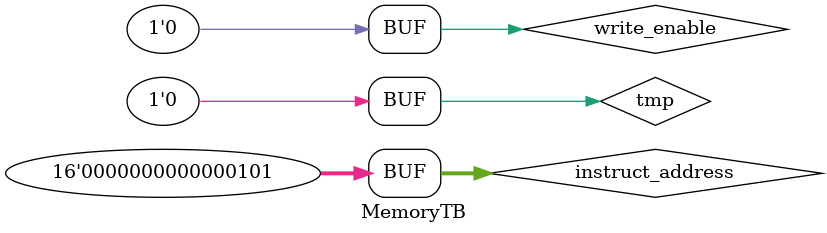
<source format=v>
`timescale 1ns / 1ps

module MemoryTB();
    
    reg [15:0] instruct_address;
    wire [31:0] instruct, read_data;
    wire [14:0] data_address;
    reg write_enable, tmp;

    wire [2:0] opcode;
    wire [4:0] add_r0, add_r1, add_r2;    
    
    reg [4:0] write_address_0;
    reg [31:0] tmp_data;
    wire [31:0] tmp_read, final_result;
    
    InstructionMemory InstructionMemory_UUT(.inst_address(instruct_address), .read_data(instruct));
    Decoder Decoder_UUT(.inst(instruct), .opcode(opcode), .reg_addr_0(add_r0), .reg_addr_1(add_r1), .reg_addr_2(add_r2), .addr(data_address));
    RegisterFile RegisterFile_UUT(.read_address_0(add_r0), .read_address_1(add_r1), .write_address_0(write_address_0), .write_en(tmp), .write_data(tmp_data), .read_data_0(read_data), .read_data_1(tmp_read));
    DataMemory DataMemory_UUT(.data_address(data_address), .write_en(write_enable), .write_data(read_data),.write_address_0(data_address) ,.read_data(final_result));
    
    initial begin
        
        instruct_address <= 7;
        write_enable <= 1;
        tmp <= 0;
        #10
        instruct_address <= 5;
        write_enable <= 0;
    
    end

endmodule

</source>
